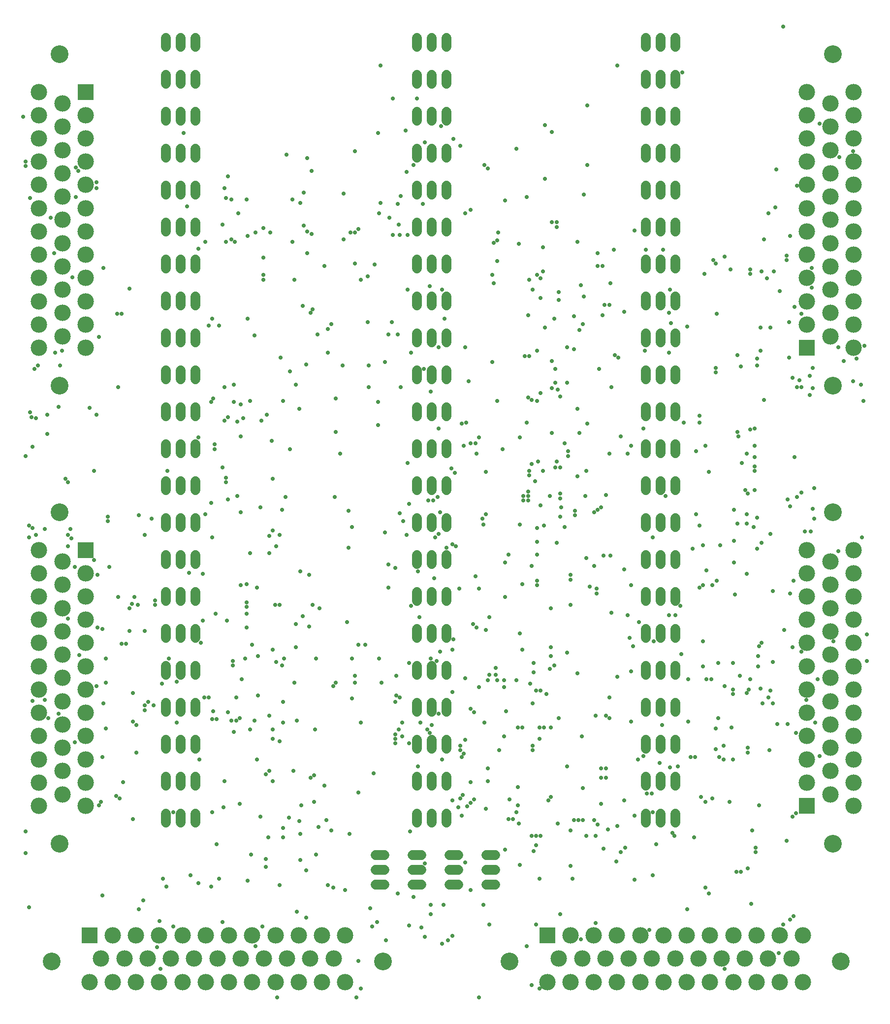
<source format=gbr>
G04 EAGLE Gerber X2 export*
%TF.Part,Single*%
%TF.FileFunction,Soldermask,Bot,1*%
%TF.FilePolarity,Negative*%
%TF.GenerationSoftware,Autodesk,EAGLE,9.1.3*%
%TF.CreationDate,2020-04-16T01:31:32Z*%
G75*
%MOMM*%
%FSLAX34Y34*%
%LPD*%
%AMOC8*
5,1,8,0,0,1.08239X$1,22.5*%
G01*
%ADD10C,3.053200*%
%ADD11R,2.828200X2.828200*%
%ADD12C,2.828200*%
%ADD13C,1.727200*%
%ADD14C,0.706400*%


D10*
X743700Y-259000D03*
D11*
X808700Y-214000D03*
D12*
X848700Y-214000D03*
X888700Y-214000D03*
X928700Y-214000D03*
X968700Y-214000D03*
X1008700Y-214000D03*
X1048700Y-214000D03*
X1088700Y-214000D03*
X1128700Y-214000D03*
X1168700Y-214000D03*
X1208700Y-214000D03*
X1248700Y-214000D03*
X828700Y-254000D03*
X868700Y-254000D03*
X908700Y-254000D03*
X948700Y-254000D03*
X988700Y-254000D03*
X1028700Y-254000D03*
X1068700Y-254000D03*
X1108700Y-254000D03*
X1148700Y-254000D03*
X1188700Y-254000D03*
X1228700Y-254000D03*
D10*
X1313700Y-259000D03*
D12*
X808700Y-294000D03*
X848700Y-294000D03*
X888700Y-294000D03*
X928700Y-294000D03*
X968700Y-294000D03*
X1008700Y-294000D03*
X1048700Y-294000D03*
X1088700Y-294000D03*
X1128700Y-294000D03*
X1168700Y-294000D03*
X1208700Y-294000D03*
X1248700Y-294000D03*
D10*
X-43700Y-259000D03*
D11*
X21300Y-214000D03*
D12*
X61300Y-214000D03*
X101300Y-214000D03*
X141300Y-214000D03*
X181300Y-214000D03*
X221300Y-214000D03*
X261300Y-214000D03*
X301300Y-214000D03*
X341300Y-214000D03*
X381300Y-214000D03*
X421300Y-214000D03*
X461300Y-214000D03*
X41300Y-254000D03*
X81300Y-254000D03*
X121300Y-254000D03*
X161300Y-254000D03*
X201300Y-254000D03*
X241300Y-254000D03*
X281300Y-254000D03*
X321300Y-254000D03*
X361300Y-254000D03*
X401300Y-254000D03*
X441300Y-254000D03*
D10*
X526300Y-259000D03*
D12*
X21300Y-294000D03*
X61300Y-294000D03*
X101300Y-294000D03*
X141300Y-294000D03*
X181300Y-294000D03*
X221300Y-294000D03*
X261300Y-294000D03*
X301300Y-294000D03*
X341300Y-294000D03*
X381300Y-294000D03*
X421300Y-294000D03*
X461300Y-294000D03*
D13*
X152400Y1313180D02*
X152400Y1328420D01*
X177800Y1328420D02*
X177800Y1313180D01*
X203200Y1313180D02*
X203200Y1328420D01*
X152400Y1264920D02*
X152400Y1249680D01*
X177800Y1249680D02*
X177800Y1264920D01*
X203200Y1264920D02*
X203200Y1249680D01*
X152400Y1201420D02*
X152400Y1186180D01*
X177800Y1186180D02*
X177800Y1201420D01*
X203200Y1201420D02*
X203200Y1186180D01*
X152400Y1137920D02*
X152400Y1122680D01*
X177800Y1122680D02*
X177800Y1137920D01*
X203200Y1137920D02*
X203200Y1122680D01*
X152400Y1074420D02*
X152400Y1059180D01*
X177800Y1059180D02*
X177800Y1074420D01*
X203200Y1074420D02*
X203200Y1059180D01*
X152400Y1010920D02*
X152400Y995680D01*
X177800Y995680D02*
X177800Y1010920D01*
X203200Y1010920D02*
X203200Y995680D01*
X152400Y947420D02*
X152400Y932180D01*
X177800Y932180D02*
X177800Y947420D01*
X203200Y947420D02*
X203200Y932180D01*
X152400Y883920D02*
X152400Y868680D01*
X177800Y868680D02*
X177800Y883920D01*
X203200Y883920D02*
X203200Y868680D01*
X152400Y820420D02*
X152400Y805180D01*
X177800Y805180D02*
X177800Y820420D01*
X203200Y820420D02*
X203200Y805180D01*
X152400Y756920D02*
X152400Y741680D01*
X177800Y741680D02*
X177800Y756920D01*
X203200Y756920D02*
X203200Y741680D01*
X152400Y693420D02*
X152400Y678180D01*
X177800Y678180D02*
X177800Y693420D01*
X203200Y693420D02*
X203200Y678180D01*
X152400Y629920D02*
X152400Y614680D01*
X177800Y614680D02*
X177800Y629920D01*
X203200Y629920D02*
X203200Y614680D01*
X152400Y566420D02*
X152400Y551180D01*
X177800Y551180D02*
X177800Y566420D01*
X203200Y566420D02*
X203200Y551180D01*
X152400Y502920D02*
X152400Y487680D01*
X177800Y487680D02*
X177800Y502920D01*
X203200Y502920D02*
X203200Y487680D01*
X152400Y439420D02*
X152400Y424180D01*
X177800Y424180D02*
X177800Y439420D01*
X203200Y439420D02*
X203200Y424180D01*
X152400Y375920D02*
X152400Y360680D01*
X177800Y360680D02*
X177800Y375920D01*
X203200Y375920D02*
X203200Y360680D01*
X152400Y312420D02*
X152400Y297180D01*
X177800Y297180D02*
X177800Y312420D01*
X203200Y312420D02*
X203200Y297180D01*
X152400Y248920D02*
X152400Y233680D01*
X177800Y233680D02*
X177800Y248920D01*
X203200Y248920D02*
X203200Y233680D01*
X152400Y185420D02*
X152400Y170180D01*
X177800Y170180D02*
X177800Y185420D01*
X203200Y185420D02*
X203200Y170180D01*
X152400Y121920D02*
X152400Y106680D01*
X177800Y106680D02*
X177800Y121920D01*
X203200Y121920D02*
X203200Y106680D01*
X152400Y58420D02*
X152400Y43180D01*
X177800Y43180D02*
X177800Y58420D01*
X203200Y58420D02*
X203200Y43180D01*
X152400Y-5080D02*
X152400Y-20320D01*
X177800Y-20320D02*
X177800Y-5080D01*
X203200Y-5080D02*
X203200Y-20320D01*
X584200Y1313180D02*
X584200Y1328420D01*
X609600Y1328420D02*
X609600Y1313180D01*
X635000Y1313180D02*
X635000Y1328420D01*
X584200Y1264920D02*
X584200Y1249680D01*
X609600Y1249680D02*
X609600Y1264920D01*
X635000Y1264920D02*
X635000Y1249680D01*
X584200Y1201420D02*
X584200Y1186180D01*
X609600Y1186180D02*
X609600Y1201420D01*
X635000Y1201420D02*
X635000Y1186180D01*
X584200Y1137920D02*
X584200Y1122680D01*
X609600Y1122680D02*
X609600Y1137920D01*
X635000Y1137920D02*
X635000Y1122680D01*
X584200Y1074420D02*
X584200Y1059180D01*
X609600Y1059180D02*
X609600Y1074420D01*
X635000Y1074420D02*
X635000Y1059180D01*
X584200Y1010920D02*
X584200Y995680D01*
X609600Y995680D02*
X609600Y1010920D01*
X635000Y1010920D02*
X635000Y995680D01*
X584200Y947420D02*
X584200Y932180D01*
X609600Y932180D02*
X609600Y947420D01*
X635000Y947420D02*
X635000Y932180D01*
X584200Y883920D02*
X584200Y868680D01*
X609600Y868680D02*
X609600Y883920D01*
X635000Y883920D02*
X635000Y868680D01*
X584200Y820420D02*
X584200Y805180D01*
X609600Y805180D02*
X609600Y820420D01*
X635000Y820420D02*
X635000Y805180D01*
X584200Y756920D02*
X584200Y741680D01*
X609600Y741680D02*
X609600Y756920D01*
X635000Y756920D02*
X635000Y741680D01*
X584200Y693420D02*
X584200Y678180D01*
X609600Y678180D02*
X609600Y693420D01*
X635000Y693420D02*
X635000Y678180D01*
X584200Y629920D02*
X584200Y614680D01*
X609600Y614680D02*
X609600Y629920D01*
X635000Y629920D02*
X635000Y614680D01*
X584200Y566420D02*
X584200Y551180D01*
X609600Y551180D02*
X609600Y566420D01*
X635000Y566420D02*
X635000Y551180D01*
X584200Y502920D02*
X584200Y487680D01*
X609600Y487680D02*
X609600Y502920D01*
X635000Y502920D02*
X635000Y487680D01*
X584200Y439420D02*
X584200Y424180D01*
X609600Y424180D02*
X609600Y439420D01*
X635000Y439420D02*
X635000Y424180D01*
X584200Y375920D02*
X584200Y360680D01*
X609600Y360680D02*
X609600Y375920D01*
X635000Y375920D02*
X635000Y360680D01*
X584200Y312420D02*
X584200Y297180D01*
X609600Y297180D02*
X609600Y312420D01*
X635000Y312420D02*
X635000Y297180D01*
X584200Y248920D02*
X584200Y233680D01*
X609600Y233680D02*
X609600Y248920D01*
X635000Y248920D02*
X635000Y233680D01*
X584200Y185420D02*
X584200Y170180D01*
X609600Y170180D02*
X609600Y185420D01*
X635000Y185420D02*
X635000Y170180D01*
X584200Y121920D02*
X584200Y106680D01*
X609600Y106680D02*
X609600Y121920D01*
X635000Y121920D02*
X635000Y106680D01*
X584200Y58420D02*
X584200Y43180D01*
X609600Y43180D02*
X609600Y58420D01*
X635000Y58420D02*
X635000Y43180D01*
X584200Y-5080D02*
X584200Y-20320D01*
X609600Y-20320D02*
X609600Y-5080D01*
X635000Y-5080D02*
X635000Y-20320D01*
X977900Y1313180D02*
X977900Y1328420D01*
X1003300Y1328420D02*
X1003300Y1313180D01*
X1028700Y1313180D02*
X1028700Y1328420D01*
X977900Y1264920D02*
X977900Y1249680D01*
X1003300Y1249680D02*
X1003300Y1264920D01*
X1028700Y1264920D02*
X1028700Y1249680D01*
X977900Y1201420D02*
X977900Y1186180D01*
X1003300Y1186180D02*
X1003300Y1201420D01*
X1028700Y1201420D02*
X1028700Y1186180D01*
X977900Y1137920D02*
X977900Y1122680D01*
X1003300Y1122680D02*
X1003300Y1137920D01*
X1028700Y1137920D02*
X1028700Y1122680D01*
X977900Y1074420D02*
X977900Y1059180D01*
X1003300Y1059180D02*
X1003300Y1074420D01*
X1028700Y1074420D02*
X1028700Y1059180D01*
X977900Y1010920D02*
X977900Y995680D01*
X1003300Y995680D02*
X1003300Y1010920D01*
X1028700Y1010920D02*
X1028700Y995680D01*
X977900Y947420D02*
X977900Y932180D01*
X1003300Y932180D02*
X1003300Y947420D01*
X1028700Y947420D02*
X1028700Y932180D01*
X977900Y883920D02*
X977900Y868680D01*
X1003300Y868680D02*
X1003300Y883920D01*
X1028700Y883920D02*
X1028700Y868680D01*
X977900Y820420D02*
X977900Y805180D01*
X1003300Y805180D02*
X1003300Y820420D01*
X1028700Y820420D02*
X1028700Y805180D01*
X977900Y756920D02*
X977900Y741680D01*
X1003300Y741680D02*
X1003300Y756920D01*
X1028700Y756920D02*
X1028700Y741680D01*
X977900Y693420D02*
X977900Y678180D01*
X1003300Y678180D02*
X1003300Y693420D01*
X1028700Y693420D02*
X1028700Y678180D01*
X977900Y629920D02*
X977900Y614680D01*
X1003300Y614680D02*
X1003300Y629920D01*
X1028700Y629920D02*
X1028700Y614680D01*
X977900Y566420D02*
X977900Y551180D01*
X1003300Y551180D02*
X1003300Y566420D01*
X1028700Y566420D02*
X1028700Y551180D01*
X977900Y502920D02*
X977900Y487680D01*
X1003300Y487680D02*
X1003300Y502920D01*
X1028700Y502920D02*
X1028700Y487680D01*
X977900Y439420D02*
X977900Y424180D01*
X1003300Y424180D02*
X1003300Y439420D01*
X1028700Y439420D02*
X1028700Y424180D01*
X977900Y375920D02*
X977900Y360680D01*
X1003300Y360680D02*
X1003300Y375920D01*
X1028700Y375920D02*
X1028700Y360680D01*
X977900Y312420D02*
X977900Y297180D01*
X1003300Y297180D02*
X1003300Y312420D01*
X1028700Y312420D02*
X1028700Y297180D01*
X977900Y248920D02*
X977900Y233680D01*
X1003300Y233680D02*
X1003300Y248920D01*
X1028700Y248920D02*
X1028700Y233680D01*
X977900Y185420D02*
X977900Y170180D01*
X1003300Y170180D02*
X1003300Y185420D01*
X1028700Y185420D02*
X1028700Y170180D01*
X977900Y121920D02*
X977900Y106680D01*
X1003300Y106680D02*
X1003300Y121920D01*
X1028700Y121920D02*
X1028700Y106680D01*
X977900Y58420D02*
X977900Y43180D01*
X1003300Y43180D02*
X1003300Y58420D01*
X1028700Y58420D02*
X1028700Y43180D01*
X977900Y-5080D02*
X977900Y-20320D01*
X1003300Y-20320D02*
X1003300Y-5080D01*
X1028700Y-5080D02*
X1028700Y-20320D01*
X528320Y-127000D02*
X513080Y-127000D01*
X513080Y-101600D02*
X528320Y-101600D01*
X528320Y-76200D02*
X513080Y-76200D01*
X576580Y-127000D02*
X591820Y-127000D01*
X591820Y-101600D02*
X576580Y-101600D01*
X576580Y-76200D02*
X591820Y-76200D01*
X640080Y-127000D02*
X655320Y-127000D01*
X655320Y-101600D02*
X640080Y-101600D01*
X640080Y-76200D02*
X655320Y-76200D01*
X703580Y-127000D02*
X718820Y-127000D01*
X718820Y-101600D02*
X703580Y-101600D01*
X703580Y-76200D02*
X718820Y-76200D01*
D10*
X1300400Y-56400D03*
D11*
X1255400Y8600D03*
D12*
X1255400Y48600D03*
X1255400Y88600D03*
X1255400Y128600D03*
X1255400Y168600D03*
X1255400Y208600D03*
X1255400Y248600D03*
X1255400Y288600D03*
X1255400Y328600D03*
X1255400Y368600D03*
X1255400Y408600D03*
X1255400Y448600D03*
X1295400Y28600D03*
X1295400Y68600D03*
X1295400Y108600D03*
X1295400Y148600D03*
X1295400Y188600D03*
X1295400Y228600D03*
X1295400Y268600D03*
X1295400Y308600D03*
X1295400Y348600D03*
X1295400Y388600D03*
X1295400Y428600D03*
D10*
X1300400Y513600D03*
D12*
X1335400Y8600D03*
X1335400Y48600D03*
X1335400Y88600D03*
X1335400Y128600D03*
X1335400Y168600D03*
X1335400Y208600D03*
X1335400Y248600D03*
X1335400Y288600D03*
X1335400Y328600D03*
X1335400Y368600D03*
X1335400Y408600D03*
X1335400Y448600D03*
D10*
X1300400Y731000D03*
D11*
X1255400Y796000D03*
D12*
X1255400Y836000D03*
X1255400Y876000D03*
X1255400Y916000D03*
X1255400Y956000D03*
X1255400Y996000D03*
X1255400Y1036000D03*
X1255400Y1076000D03*
X1255400Y1116000D03*
X1255400Y1156000D03*
X1255400Y1196000D03*
X1255400Y1236000D03*
X1295400Y816000D03*
X1295400Y856000D03*
X1295400Y896000D03*
X1295400Y936000D03*
X1295400Y976000D03*
X1295400Y1016000D03*
X1295400Y1056000D03*
X1295400Y1096000D03*
X1295400Y1136000D03*
X1295400Y1176000D03*
X1295400Y1216000D03*
D10*
X1300400Y1301000D03*
D12*
X1335400Y796000D03*
X1335400Y836000D03*
X1335400Y876000D03*
X1335400Y916000D03*
X1335400Y956000D03*
X1335400Y996000D03*
X1335400Y1036000D03*
X1335400Y1076000D03*
X1335400Y1116000D03*
X1335400Y1156000D03*
X1335400Y1196000D03*
X1335400Y1236000D03*
D10*
X-30400Y1301000D03*
D11*
X14600Y1236000D03*
D12*
X14600Y1196000D03*
X14600Y1156000D03*
X14600Y1116000D03*
X14600Y1076000D03*
X14600Y1036000D03*
X14600Y996000D03*
X14600Y956000D03*
X14600Y916000D03*
X14600Y876000D03*
X14600Y836000D03*
X14600Y796000D03*
X-25400Y1216000D03*
X-25400Y1176000D03*
X-25400Y1136000D03*
X-25400Y1096000D03*
X-25400Y1056000D03*
X-25400Y1016000D03*
X-25400Y976000D03*
X-25400Y936000D03*
X-25400Y896000D03*
X-25400Y856000D03*
X-25400Y816000D03*
D10*
X-30400Y731000D03*
D12*
X-65400Y1236000D03*
X-65400Y1196000D03*
X-65400Y1156000D03*
X-65400Y1116000D03*
X-65400Y1076000D03*
X-65400Y1036000D03*
X-65400Y996000D03*
X-65400Y956000D03*
X-65400Y916000D03*
X-65400Y876000D03*
X-65400Y836000D03*
X-65400Y796000D03*
D10*
X-30400Y513600D03*
D11*
X14600Y448600D03*
D12*
X14600Y408600D03*
X14600Y368600D03*
X14600Y328600D03*
X14600Y288600D03*
X14600Y248600D03*
X14600Y208600D03*
X14600Y168600D03*
X14600Y128600D03*
X14600Y88600D03*
X14600Y48600D03*
X14600Y8600D03*
X-25400Y428600D03*
X-25400Y388600D03*
X-25400Y348600D03*
X-25400Y308600D03*
X-25400Y268600D03*
X-25400Y228600D03*
X-25400Y188600D03*
X-25400Y148600D03*
X-25400Y108600D03*
X-25400Y68600D03*
X-25400Y28600D03*
D10*
X-30400Y-56400D03*
D12*
X-65400Y448600D03*
X-65400Y408600D03*
X-65400Y368600D03*
X-65400Y328600D03*
X-65400Y288600D03*
X-65400Y248600D03*
X-65400Y208600D03*
X-65400Y168600D03*
X-65400Y128600D03*
X-65400Y88600D03*
X-65400Y48600D03*
X-65400Y8600D03*
D14*
X917321Y907479D03*
X1017715Y856298D03*
X1080707Y627952D03*
X1163384Y488188D03*
X1157478Y226378D03*
X1125982Y143701D03*
X1092518Y21654D03*
X905510Y-64961D03*
X265748Y1051179D03*
X265748Y982282D03*
X281496Y698818D03*
X442913Y539369D03*
X466535Y515747D03*
X523621Y220472D03*
X690944Y212598D03*
X734251Y212598D03*
X803148Y143701D03*
X990156Y-1969D03*
X927164Y-86614D03*
X253937Y1070864D03*
X271653Y978345D03*
X285433Y675196D03*
X375984Y320866D03*
X484251Y285433D03*
X659448Y112205D03*
X783463Y112205D03*
X785432Y-68898D03*
X255905Y1053148D03*
X255905Y978345D03*
X275590Y669290D03*
X342519Y454724D03*
X535432Y423228D03*
X706692Y72835D03*
X854329Y-15748D03*
X852361Y-116142D03*
X816928Y1167321D03*
X866140Y903542D03*
X931101Y779526D03*
X915353Y614172D03*
X895668Y517716D03*
X966534Y324803D03*
X992124Y291338D03*
X1051179Y226378D03*
X1062990Y92520D03*
X1049211Y-169291D03*
X208661Y966534D03*
X425196Y937006D03*
X616141Y470472D03*
X785432Y253937D03*
X785432Y238189D03*
X1051179Y153543D03*
X1098423Y106299D03*
X1086612Y-141732D03*
X320866Y913384D03*
X316929Y671259D03*
X387795Y334645D03*
X814959Y281496D03*
X860235Y236220D03*
X891731Y163386D03*
X901573Y72835D03*
X889762Y-15748D03*
X230315Y702755D03*
X265748Y155512D03*
X279527Y11811D03*
X393700Y-102362D03*
X393700Y-183071D03*
X627952Y-228346D03*
X70866Y728345D03*
X-78740Y677164D03*
X-82677Y490157D03*
X-88583Y-35433D03*
X592519Y-200787D03*
X1080707Y-131890D03*
X236220Y629920D03*
X257874Y326771D03*
X496062Y285433D03*
X519684Y261811D03*
X608267Y261811D03*
X738188Y171260D03*
X765747Y143701D03*
X870077Y39370D03*
X870077Y-15748D03*
X1114171Y-271653D03*
X255905Y572834D03*
X289370Y261811D03*
X618109Y257874D03*
X789369Y206693D03*
X915353Y159449D03*
X1061022Y-45276D03*
X1161415Y-33465D03*
X106299Y507873D03*
X-11811Y484251D03*
X-55118Y484251D03*
X-82677Y470472D03*
X690944Y-320866D03*
X-19685Y570865D03*
X153543Y-129921D03*
X230315Y-129921D03*
X608267Y-161417D03*
X629920Y-161417D03*
X698818Y-161417D03*
X789369Y-194882D03*
X116142Y474409D03*
X-15748Y474409D03*
X-49213Y159449D03*
X-82677Y-165354D03*
X773621Y-232283D03*
X131890Y181102D03*
X165354Y-1969D03*
X578739Y-147638D03*
X608267Y-177165D03*
X645668Y-214567D03*
X281496Y387795D03*
X309055Y383858D03*
X535432Y383858D03*
X677164Y13780D03*
X891731Y-192913D03*
X336614Y277559D03*
X354330Y187008D03*
X547243Y116142D03*
X586613Y76772D03*
X862203Y-15748D03*
X875983Y-43307D03*
X891731Y-43307D03*
X984250Y-204724D03*
X234252Y171260D03*
X253937Y51181D03*
X440944Y-131890D03*
X507873Y-198819D03*
X531495Y-222441D03*
X330708Y68898D03*
X407480Y61024D03*
X425196Y43307D03*
X702755Y3937D03*
X935038Y-70866D03*
X622046Y167323D03*
X667322Y122047D03*
X795274Y124016D03*
X842518Y76772D03*
X1055116Y92520D03*
X208661Y-124016D03*
X637794Y-222441D03*
X795274Y-305118D03*
X460629Y-135827D03*
X515747Y-190945D03*
X598424Y-216535D03*
X781495Y-299212D03*
X458661Y1061022D03*
X470472Y994093D03*
X444881Y708660D03*
X649605Y580708D03*
X690944Y381889D03*
X722440Y224409D03*
X757873Y143701D03*
X757873Y41339D03*
X757873Y9843D03*
X789369Y-59055D03*
X795274Y-116142D03*
X625983Y1177163D03*
X647637Y1155510D03*
X1318895Y773621D03*
X1334643Y738188D03*
X557086Y1057085D03*
X537401Y1019683D03*
X452755Y614172D03*
X547243Y187008D03*
X547243Y131890D03*
X655511Y5906D03*
X736219Y-66929D03*
X761810Y-92520D03*
X830707Y-177165D03*
X568897Y990156D03*
X919290Y728345D03*
X844487Y610235D03*
X905510Y438976D03*
X946849Y336614D03*
X1017715Y336614D03*
X1090549Y226378D03*
X1153541Y100394D03*
X1153541Y-98425D03*
X541338Y840550D03*
X622046Y797243D03*
X732282Y622046D03*
X777558Y576771D03*
X832676Y521653D03*
X919290Y340551D03*
X909447Y163386D03*
X909447Y72835D03*
X895668Y-23622D03*
X828739Y891731D03*
X860235Y978345D03*
X1220470Y946849D03*
X1165352Y657479D03*
X1267714Y555117D03*
X1232281Y-181102D03*
X568897Y598424D03*
X612204Y533464D03*
X657479Y381889D03*
X702755Y311023D03*
X761810Y305118D03*
X909447Y57087D03*
X1072833Y23622D03*
X685038Y631889D03*
X775589Y541338D03*
X875983Y435039D03*
X889762Y421259D03*
X1151573Y407480D03*
X1155510Y208661D03*
X1179132Y185039D03*
X1159447Y-159449D03*
X673227Y738188D03*
X696849Y501968D03*
X736219Y427165D03*
X848424Y354330D03*
X1114171Y214567D03*
X1222439Y149606D03*
X1226376Y-187008D03*
X661416Y665353D03*
X775589Y549212D03*
X1082675Y413385D03*
X1092518Y387795D03*
X1192911Y206693D03*
X643700Y588582D03*
X742125Y440944D03*
X791337Y440944D03*
X848424Y397637D03*
X956691Y283464D03*
X1139762Y232283D03*
X1151573Y202756D03*
X1204722Y149606D03*
X1214565Y-194882D03*
X685038Y403543D03*
X755904Y224409D03*
X952754Y153543D03*
X1005904Y147638D03*
X1104329Y92520D03*
X1133856Y-104331D03*
X383858Y411417D03*
X352362Y250000D03*
X145669Y218504D03*
X122047Y187008D03*
X106299Y-169291D03*
X588582Y332677D03*
X399606Y316929D03*
X377952Y155512D03*
X328740Y-45276D03*
X299212Y-74803D03*
X645668Y204724D03*
X407480Y15748D03*
X437007Y-33465D03*
X250000Y-190945D03*
X661416Y92520D03*
X661416Y-7874D03*
X324803Y-82677D03*
X324803Y-96457D03*
X403543Y1100392D03*
X403543Y992124D03*
X259842Y535432D03*
X279527Y159449D03*
X314960Y-9843D03*
X383858Y-84646D03*
X1041337Y1269683D03*
X488188Y-305118D03*
X584645Y1224407D03*
X543306Y1224407D03*
X370078Y1051179D03*
X320866Y1001967D03*
X320866Y950786D03*
X320866Y921258D03*
X326771Y681101D03*
X478346Y232283D03*
X478346Y220472D03*
X488188Y151575D03*
X385826Y9843D03*
X431102Y-127953D03*
X551180Y1043305D03*
X543306Y990156D03*
X437007Y836613D03*
X413385Y818896D03*
X352362Y517716D03*
X305118Y155512D03*
X297244Y139764D03*
X49213Y141732D03*
X895668Y958660D03*
X759841Y974408D03*
X374015Y913384D03*
X275590Y541338D03*
X273622Y155512D03*
X269685Y135827D03*
X102362Y100394D03*
X706692Y1104329D03*
X484251Y999998D03*
X230315Y529527D03*
X259842Y169291D03*
X194882Y-110236D03*
X165354Y-198819D03*
X978345Y964565D03*
X923227Y964565D03*
X677164Y1033463D03*
X553149Y1007872D03*
X431102Y828739D03*
X431102Y787400D03*
X358267Y539369D03*
X330708Y163386D03*
X336614Y139764D03*
X336614Y124016D03*
X141732Y-188976D03*
X791337Y921258D03*
X714566Y921258D03*
X568897Y895668D03*
X405511Y862203D03*
X314960Y521653D03*
X291338Y358267D03*
X90551Y309055D03*
X96457Y153543D03*
X137795Y-234252D03*
X952754Y627952D03*
X856298Y507873D03*
X812991Y244094D03*
X797243Y206693D03*
X671259Y7874D03*
X318897Y-198819D03*
X838581Y631889D03*
X781495Y706692D03*
X557086Y728345D03*
X348425Y474409D03*
X291338Y338582D03*
X216535Y326771D03*
X240157Y157480D03*
X240157Y-57087D03*
X293307Y-120079D03*
X864172Y826770D03*
X824802Y1003935D03*
X659448Y1143699D03*
X-92520Y1192911D03*
X-88583Y-72835D03*
X1076770Y456692D03*
X1076770Y387795D03*
X1076770Y291338D03*
X1076770Y248031D03*
X1112203Y112205D03*
X1141730Y-104331D03*
X480314Y-320866D03*
X344488Y-320866D03*
X1070864Y490157D03*
X1070864Y383858D03*
X915353Y194882D03*
X868109Y127953D03*
X783463Y104331D03*
X744093Y19685D03*
X742125Y-13780D03*
X667322Y-88583D03*
X1122045Y15748D03*
X1080707Y15748D03*
X901573Y11811D03*
X824802Y460629D03*
X814959Y348425D03*
X687007Y314960D03*
X667322Y228346D03*
X440944Y214567D03*
X354330Y151575D03*
X624015Y273622D03*
X547243Y417322D03*
X55118Y419291D03*
X49213Y220472D03*
X1196848Y185039D03*
X1167321Y-70866D03*
X958660Y-118110D03*
X866140Y-220472D03*
X484251Y-257874D03*
X783463Y185039D03*
X572834Y-35433D03*
X307086Y-232283D03*
X610235Y147638D03*
X590550Y151575D03*
X354330Y-29528D03*
X354330Y-45276D03*
X381889Y-17717D03*
X364173Y-11811D03*
X958660Y-7874D03*
X848424Y-33465D03*
X677164Y-135827D03*
X1214565Y1348423D03*
X1348423Y732282D03*
X1196848Y255905D03*
X1269683Y151575D03*
X259842Y1090549D03*
X307086Y994093D03*
X305118Y816928D03*
X366141Y755904D03*
X381889Y690944D03*
X720471Y246063D03*
X828739Y159449D03*
X901573Y57087D03*
X940943Y17717D03*
X1023620Y-37402D03*
X578739Y1110234D03*
X736219Y1049211D03*
X775589Y533464D03*
X791337Y395669D03*
X1127951Y200787D03*
X250000Y1007872D03*
X354330Y704723D03*
X604330Y533464D03*
X624015Y513779D03*
X791337Y486220D03*
X188976Y1039368D03*
X667322Y1027557D03*
X773621Y1055116D03*
X816928Y1011809D03*
X816928Y773621D03*
X860235Y574802D03*
X1086612Y582676D03*
X1309053Y446850D03*
X395669Y958660D03*
X519684Y1027557D03*
X805117Y1179132D03*
X1334643Y1133856D03*
X1216533Y311023D03*
X606298Y901573D03*
X854329Y793306D03*
X1149604Y551180D03*
X1251966Y480314D03*
X226378Y834644D03*
X293307Y988187D03*
X801180Y968502D03*
X1019683Y895668D03*
X1165352Y592519D03*
X1222439Y535432D03*
X769684Y781495D03*
X826770Y724408D03*
X860235Y690944D03*
X909447Y543306D03*
X1011809Y541338D03*
X1106297Y456692D03*
X1129919Y427165D03*
X234252Y708660D03*
X253937Y728345D03*
X456692Y765747D03*
X488188Y913384D03*
X777558Y913384D03*
X872046Y883857D03*
X915353Y870077D03*
X1098423Y761810D03*
X1165352Y608267D03*
X1238187Y539369D03*
X208661Y641731D03*
X370078Y978345D03*
X716534Y976376D03*
X895668Y937006D03*
X1078738Y923227D03*
X1141730Y763778D03*
X1165352Y627952D03*
X1246061Y547243D03*
X216535Y407480D03*
X399606Y405511D03*
X559054Y151575D03*
X559054Y127953D03*
X659448Y104331D03*
X726377Y104331D03*
X789369Y-43307D03*
X330708Y472440D03*
X330708Y442913D03*
X586613Y411417D03*
X720471Y234252D03*
X795274Y143701D03*
X980313Y29528D03*
X1277557Y94488D03*
X-88583Y1108266D03*
X232283Y157480D03*
X232283Y-1969D03*
X348425Y-127953D03*
X377952Y-173228D03*
X826770Y-21654D03*
X929132Y-25591D03*
X1027557Y-43307D03*
X-88583Y1116140D03*
X192913Y409448D03*
X297244Y442913D03*
X336614Y570865D03*
X350393Y779526D03*
X791337Y704723D03*
X917321Y438976D03*
X940943Y415354D03*
X1196848Y377952D03*
X1246061Y273622D03*
X291338Y389763D03*
X259842Y677164D03*
X220472Y978345D03*
X33465Y1080707D03*
X157480Y261811D03*
X342519Y255905D03*
X374015Y220472D03*
X444881Y220472D03*
X472440Y192913D03*
X547243Y124016D03*
X627952Y88583D03*
X964565Y88583D03*
X1001967Y82677D03*
X1112203Y88583D03*
X1127951Y88583D03*
X1236218Y133858D03*
X133858Y354330D03*
X104331Y354330D03*
X-31496Y694881D03*
X-66929Y765747D03*
X-39370Y958660D03*
X116142Y173228D03*
X114173Y-153543D03*
X570865Y-196850D03*
X708660Y-194882D03*
X848424Y-94488D03*
X1230313Y-9843D03*
X1253935Y190945D03*
X267716Y250000D03*
X255905Y564960D03*
X33465Y681101D03*
X21654Y692912D03*
X171260Y222441D03*
X356299Y261811D03*
X375984Y281496D03*
X645668Y277559D03*
X779526Y218504D03*
X820865Y250000D03*
X952754Y240157D03*
X1171258Y248031D03*
X1230313Y281496D03*
X96457Y202756D03*
X-80709Y1053148D03*
X171260Y151575D03*
X466535Y452755D03*
X635826Y452755D03*
X734251Y224409D03*
X814959Y143701D03*
X1019683Y74803D03*
X1033463Y76772D03*
X218504Y194882D03*
X212598Y289370D03*
X291338Y314960D03*
X253937Y671259D03*
X90551Y897636D03*
X210630Y88583D03*
X659448Y21654D03*
X913384Y-31496D03*
X996061Y-57087D03*
X1190943Y104331D03*
X1301179Y291338D03*
X226378Y194882D03*
X133858Y362204D03*
X94488Y356299D03*
X797243Y-43307D03*
X1236218Y-3937D03*
X1358265Y303149D03*
X929132Y1281494D03*
X1202754Y1102360D03*
X1354328Y799211D03*
X1234250Y608267D03*
X521653Y1281494D03*
X291338Y1051179D03*
X277559Y1027557D03*
X45276Y933069D03*
X-7874Y917321D03*
X389763Y1062990D03*
X389763Y1005904D03*
X281496Y643700D03*
X281496Y513779D03*
X232283Y470472D03*
X273622Y194882D03*
X348425Y120079D03*
X663385Y27559D03*
X759841Y-21654D03*
X781495Y-43307D03*
X564960Y1169289D03*
X755904Y1137793D03*
X1226376Y988187D03*
X1192911Y830707D03*
X1230313Y744093D03*
X1246061Y728345D03*
X1350391Y470472D03*
X722440Y980313D03*
X722440Y944880D03*
X901573Y521653D03*
X1100392Y395669D03*
X1273620Y226378D03*
X805117Y1086612D03*
X1220470Y954723D03*
X1242124Y740156D03*
X1358265Y257874D03*
X566928Y1098423D03*
X1969Y1100392D03*
X925195Y783463D03*
X844487Y618109D03*
X838581Y488188D03*
X1127951Y208661D03*
X511810Y938975D03*
X501968Y765747D03*
X596456Y759841D03*
X677164Y631889D03*
X767715Y541338D03*
X761810Y492125D03*
X791337Y462598D03*
X848424Y405511D03*
X950786Y297244D03*
X1039368Y269685D03*
X1082675Y226378D03*
X797243Y881888D03*
X903542Y852361D03*
X1165352Y584645D03*
X1226376Y523621D03*
X1226376Y374015D03*
X791337Y791337D03*
X822833Y759841D03*
X897636Y759841D03*
X1098423Y753936D03*
X1151573Y614172D03*
X1265746Y519684D03*
X830707Y537401D03*
X1165352Y551180D03*
X1261809Y480314D03*
X608267Y720471D03*
X716534Y907479D03*
X797243Y915353D03*
X1049211Y832676D03*
X1143699Y598424D03*
X1267714Y501968D03*
X775589Y710629D03*
X830707Y712597D03*
X877951Y665353D03*
X444881Y651574D03*
X387795Y868109D03*
X76772Y854329D03*
X37402Y814959D03*
X-25591Y791337D03*
X-37402Y787400D03*
X690944Y641731D03*
X781495Y596456D03*
X830707Y545275D03*
X1153541Y545275D03*
X566928Y474409D03*
X622046Y476377D03*
X702755Y509842D03*
X777558Y584645D03*
X793306Y600393D03*
X824802Y600393D03*
X1043305Y667322D03*
X614172Y399606D03*
X645668Y458661D03*
X698818Y492125D03*
X787400Y566928D03*
X801180Y584645D03*
X822833Y590550D03*
X974408Y657479D03*
X1175195Y791337D03*
X1224407Y840550D03*
X90551Y348425D03*
X70866Y368110D03*
X647637Y295275D03*
X893699Y374015D03*
X889762Y513779D03*
X946849Y614172D03*
X1070864Y679133D03*
X1169289Y777558D03*
X574802Y352362D03*
X340551Y354330D03*
X301181Y285433D03*
X472440Y261811D03*
X472440Y488188D03*
X517716Y663385D03*
X517716Y702755D03*
X555117Y990156D03*
X594487Y1043305D03*
X958660Y998030D03*
X1007872Y964565D03*
X555117Y511810D03*
X570865Y527558D03*
X702755Y582676D03*
X761810Y641731D03*
X797243Y718503D03*
X816928Y726377D03*
X1181100Y982282D03*
X606298Y133858D03*
X734251Y127953D03*
X807085Y200787D03*
X842518Y271653D03*
X830707Y505905D03*
X812991Y541338D03*
X1021652Y838581D03*
X1114171Y952754D03*
X1188974Y1027557D03*
X665353Y98425D03*
X974408Y94488D03*
X1175195Y210630D03*
X1177163Y289370D03*
X1177163Y460629D03*
X1192911Y476377D03*
X1340549Y777558D03*
X484251Y31496D03*
X645668Y17717D03*
X677164Y49213D03*
X677164Y175197D03*
X1037400Y352362D03*
X1181100Y706692D03*
X1175195Y830707D03*
X1238187Y1074801D03*
X-1969Y1106297D03*
X-72835Y759841D03*
X-51181Y681101D03*
X-51181Y647637D03*
X-76772Y625983D03*
X-76772Y486220D03*
X-76772Y188976D03*
X-55118Y190945D03*
X-31496Y167323D03*
X-3937Y118110D03*
X1220470Y-51181D03*
X1206691Y-244094D03*
X143701Y-271653D03*
X43307Y-145669D03*
X877951Y1212596D03*
X478346Y1133856D03*
X-1969Y1055116D03*
X-29528Y765747D03*
X102362Y147638D03*
X72835Y21654D03*
X1098423Y940943D03*
X1234250Y866140D03*
X1246061Y854329D03*
X517716Y1165352D03*
X183071Y1165352D03*
X33465Y1070864D03*
X-45276Y1019683D03*
X-80709Y685038D03*
X-88583Y610235D03*
X-15748Y454724D03*
X877951Y1110234D03*
X700786Y1110234D03*
X521653Y1045274D03*
X383858Y1045274D03*
X332677Y994093D03*
X297244Y704723D03*
X220472Y509842D03*
X-9843Y468503D03*
X1124014Y931101D03*
X598424Y1149604D03*
X828739Y877951D03*
X783463Y895668D03*
X627952Y895668D03*
X529527Y771652D03*
X375984Y732282D03*
X366141Y622046D03*
X334645Y635826D03*
X53150Y498031D03*
X-15748Y330708D03*
X1157478Y931101D03*
X1263777Y933069D03*
X724408Y994093D03*
X458661Y982282D03*
X393700Y767715D03*
X269685Y732282D03*
X269685Y702755D03*
X155512Y584645D03*
X53150Y505905D03*
X35433Y405511D03*
X1100392Y854329D03*
X1157478Y923227D03*
X1177163Y927164D03*
X907479Y870077D03*
X842518Y797243D03*
X714566Y771652D03*
X501968Y728345D03*
X336614Y482283D03*
X291338Y350393D03*
X76772Y287401D03*
X33465Y214567D03*
X976376Y791337D03*
X940943Y858266D03*
X870077Y836613D03*
X854329Y850392D03*
X775589Y852361D03*
X401574Y856298D03*
X127953Y501968D03*
X98425Y368110D03*
X43307Y312992D03*
X1135825Y783463D03*
X842518Y736219D03*
X822833Y736219D03*
X777558Y781495D03*
X551180Y818896D03*
X535432Y818896D03*
X244094Y834644D03*
X232283Y846455D03*
X68898Y854329D03*
X-70866Y675196D03*
X-70866Y474409D03*
X830707Y590550D03*
X631889Y846455D03*
X293307Y846455D03*
X236220Y622046D03*
X238189Y338582D03*
X84646Y287401D03*
X45276Y185039D03*
X1135825Y651574D03*
X1187006Y915353D03*
X1198817Y927164D03*
X874014Y541338D03*
X856298Y515747D03*
X736219Y368110D03*
X681101Y320866D03*
X570865Y253937D03*
X549212Y232283D03*
X549212Y198819D03*
X409448Y139764D03*
X309055Y88583D03*
X251968Y5906D03*
X37402Y9843D03*
X1238187Y728345D03*
X1352360Y704723D03*
X952754Y387795D03*
X116142Y309055D03*
X116142Y181102D03*
X66929Y25591D03*
X1059053Y450787D03*
X1151573Y494094D03*
X990156Y470472D03*
X864172Y649605D03*
X816928Y649605D03*
X773621Y667322D03*
X669290Y667322D03*
X622046Y657479D03*
X29528Y584645D03*
X-15748Y564960D03*
X1064959Y509842D03*
X1064959Y618109D03*
X1070864Y667322D03*
X1169289Y765747D03*
X1224407Y779526D03*
X893699Y381889D03*
X881888Y385826D03*
X417322Y348425D03*
X411417Y261811D03*
X49213Y261811D03*
X1131888Y372047D03*
X1232281Y395669D03*
X1029526Y336614D03*
X781495Y421259D03*
X651574Y454724D03*
X29528Y431102D03*
X-3937Y419291D03*
X1135825Y494094D03*
X1151573Y509842D03*
X929132Y230315D03*
X814959Y265748D03*
X35433Y314960D03*
X1102360Y253937D03*
X1127951Y253937D03*
X1171258Y265748D03*
X1259840Y714566D03*
X1259840Y748030D03*
X1309053Y797243D03*
X765747Y277559D03*
X464566Y324803D03*
X405511Y354330D03*
X348425Y354330D03*
X311023Y265748D03*
X3937Y267716D03*
X1169289Y503936D03*
X1157478Y655511D03*
X1208659Y893699D03*
X1263777Y899605D03*
X602361Y139764D03*
X570865Y116142D03*
X401574Y57087D03*
X1098423Y141732D03*
X1265746Y726377D03*
X1265746Y761810D03*
X988187Y29528D03*
X814959Y23622D03*
X415354Y-27559D03*
X336614Y51181D03*
X324803Y62992D03*
X43307Y92520D03*
X942912Y-62992D03*
X990156Y-110236D03*
X1167321Y-62992D03*
X1188974Y194882D03*
X1173226Y283464D03*
X1169289Y450787D03*
X1129919Y464566D03*
X1129919Y517716D03*
X1137793Y643700D03*
X1200785Y1037400D03*
X811022Y17717D03*
X755904Y-1969D03*
X598424Y-90551D03*
X503936Y-167323D03*
X96457Y-13780D03*
X78740Y49213D03*
X429133Y-15748D03*
X509842Y64961D03*
X553149Y139764D03*
X555117Y194882D03*
X529527Y478346D03*
X665353Y627952D03*
X722440Y704723D03*
X667322Y797243D03*
X801180Y927164D03*
X903542Y937006D03*
X1311021Y1124014D03*
X411417Y-74803D03*
X41339Y15748D03*
X372047Y68898D03*
X311023Y198819D03*
X283464Y226378D03*
X267716Y257874D03*
X250000Y590550D03*
X395669Y996061D03*
X395669Y1122045D03*
X468503Y-39370D03*
X383858Y-39370D03*
X749999Y-13780D03*
X706692Y51181D03*
X700786Y151575D03*
X706692Y224409D03*
X561023Y498031D03*
X620078Y539369D03*
X805117Y830707D03*
X820865Y846455D03*
X824802Y1011809D03*
X872046Y1059053D03*
X683070Y19685D03*
X683070Y169291D03*
X708660Y234252D03*
X708660Y332677D03*
X765747Y389763D03*
X803148Y490157D03*
X797243Y525590D03*
X875983Y584645D03*
X935038Y643700D03*
X1017715Y787400D03*
X1094486Y946849D03*
X1277557Y1181100D03*
X551180Y-141732D03*
X244094Y-116142D03*
X147638Y-116142D03*
X360236Y1127951D03*
X478346Y994093D03*
X478346Y940943D03*
X499999Y919290D03*
X499999Y840550D03*
X574802Y787400D03*
X687007Y614172D03*
X767715Y533464D03*
X791337Y387795D03*
X1102360Y159449D03*
X1153541Y108268D03*
X1173226Y9843D03*
M02*

</source>
